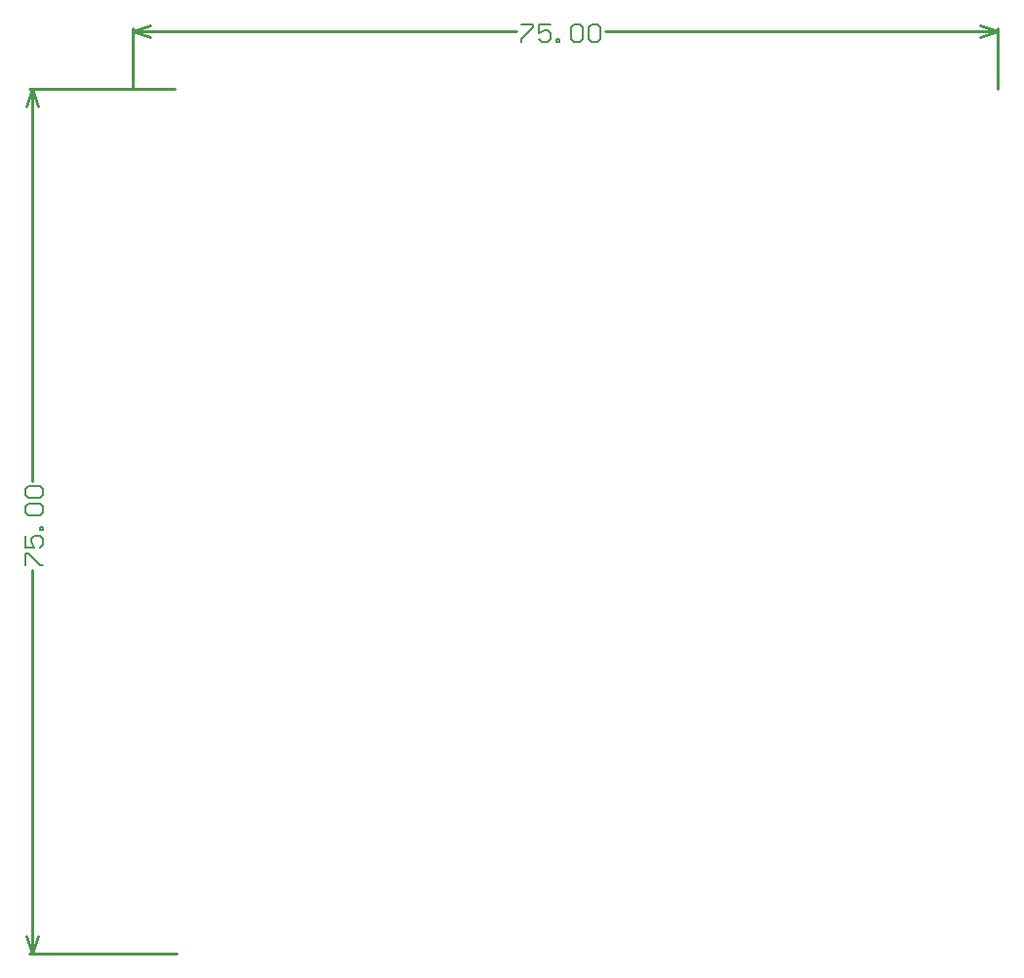
<source format=gbr>
%TF.GenerationSoftware,Altium Limited,Altium Designer,24.7.2 (38)*%
G04 Layer_Color=32768*
%FSLAX43Y43*%
%MOMM*%
%TF.SameCoordinates,179ED5A7-1FD7-47B0-8EB6-D2B1FD869DB5*%
%TF.FilePolarity,Positive*%
%TF.FileFunction,Other,Top_Dimensions*%
%TF.Part,Single*%
G01*
G75*
%TA.AperFunction,NonConductor*%
%ADD21C,0.254*%
%ADD24C,0.152*%
D21*
X0Y80000D02*
X1524Y80508D01*
X0Y80000D02*
X1524Y79492D01*
X73476D02*
X75000Y80000D01*
X73476Y80508D02*
X75000Y80000D01*
X0D02*
X33259D01*
X40928D02*
X75000D01*
X0Y74997D02*
Y80254D01*
X75000Y75000D02*
Y80254D01*
X-9261Y1521D02*
X-8753Y-3D01*
X-8245Y1521D01*
X-8753Y74997D02*
X-8245Y73473D01*
X-9261D02*
X-8753Y74997D01*
Y-3D02*
Y33257D01*
Y40925D02*
Y74997D01*
X-9007Y-3D02*
X3749D01*
X-9007Y74997D02*
X3616D01*
D24*
X33666Y80609D02*
X34681D01*
Y80355D01*
X33666Y79340D01*
Y79086D01*
X36205Y80609D02*
X35189D01*
Y79848D01*
X35697Y80102D01*
X35951D01*
X36205Y79848D01*
Y79340D01*
X35951Y79086D01*
X35443D01*
X35189Y79340D01*
X36713Y79086D02*
Y79340D01*
X36967D01*
Y79086D01*
X36713D01*
X37982Y80355D02*
X38236Y80609D01*
X38744D01*
X38998Y80355D01*
Y79340D01*
X38744Y79086D01*
X38236D01*
X37982Y79340D01*
Y80355D01*
X39506D02*
X39760Y80609D01*
X40268D01*
X40521Y80355D01*
Y79340D01*
X40268Y79086D01*
X39760D01*
X39506Y79340D01*
Y80355D01*
X-9363Y33663D02*
Y34679D01*
X-9109D01*
X-8093Y33663D01*
X-7839D01*
X-9363Y36202D02*
Y35187D01*
X-8601D01*
X-8855Y35695D01*
Y35948D01*
X-8601Y36202D01*
X-8093D01*
X-7839Y35948D01*
Y35441D01*
X-8093Y35187D01*
X-7839Y36710D02*
X-8093D01*
Y36964D01*
X-7839D01*
Y36710D01*
X-9109Y37980D02*
X-9363Y38234D01*
Y38742D01*
X-9109Y38995D01*
X-8093D01*
X-7839Y38742D01*
Y38234D01*
X-8093Y37980D01*
X-9109D01*
Y39503D02*
X-9363Y39757D01*
Y40265D01*
X-9109Y40519D01*
X-8093D01*
X-7839Y40265D01*
Y39757D01*
X-8093Y39503D01*
X-9109D01*
%TF.MD5,042b6207024e7440f08f511f0765d754*%
M02*

</source>
